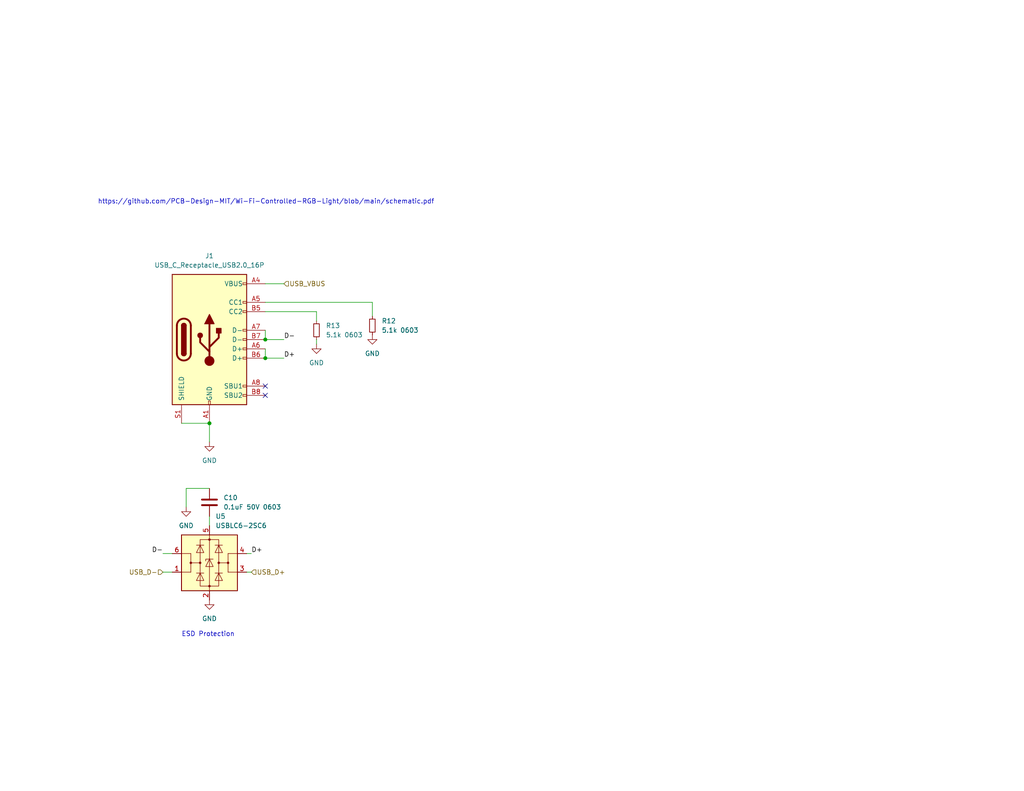
<source format=kicad_sch>
(kicad_sch (version 20230121) (generator eeschema)
  (paper "USLetter")
  (title_block (date "2024-01-12") (comment 1 "Jacqueline Wang"))
  (lib_symbols
    (symbol "Connector:USB_C_Receptacle_USB2.0_16P" (pin_names (offset 1.016))
      (property "Reference" "J" (at 0 22.225 0))
      (property "Value" "USB_C_Receptacle_USB2.0_16P" (at 0 19.685 0))
      (symbol "USB_C_Receptacle_USB2.0_16P_0_0"
        (rectangle (start -0.254 -17.78) (end 0.254 -16.764))
        (rectangle (start 10.16 -14.986) (end 9.144 -15.494))
        (rectangle (start 10.16 -12.446) (end 9.144 -12.954))
        (rectangle (start 10.16 -4.826) (end 9.144 -5.334))
        (rectangle (start 10.16 -2.286) (end 9.144 -2.794))
        (rectangle (start 10.16 0.254) (end 9.144 -0.254))
        (rectangle (start 10.16 2.794) (end 9.144 2.286))
        (rectangle (start 10.16 7.874) (end 9.144 7.366))
        (rectangle (start 10.16 10.414) (end 9.144 9.906))
        (rectangle (start 10.16 15.494) (end 9.144 14.986))
      )
      (symbol "USB_C_Receptacle_USB2.0_16P_0_1"
        (rectangle (start -10.16 17.78) (end 10.16 -17.78) (stroke (width 0.254)) (fill (type background)))
        (arc (start -8.89 -3.81) (mid -6.985 -5.7067) (end -5.08 -3.81) (stroke (width 0.508)))
        (arc (start -7.62 -3.81) (mid -6.985 -4.4423) (end -6.35 -3.81) (stroke (width 0.254)))
        (arc (start -7.62 -3.81) (mid -6.985 -4.4423) (end -6.35 -3.81) (stroke (width 0.254)) (fill (type outline)))
        (rectangle (start -7.62 -3.81) (end -6.35 3.81) (stroke (width 0.254)) (fill (type outline)))
        (arc (start -6.35 3.81) (mid -6.985 4.4423) (end -7.62 3.81) (stroke (width 0.254)))
        (arc (start -6.35 3.81) (mid -6.985 4.4423) (end -7.62 3.81) (stroke (width 0.254)) (fill (type outline)))
        (arc (start -5.08 3.81) (mid -6.985 5.7067) (end -8.89 3.81) (stroke (width 0.508)))
        (circle (center -2.54 1.143) (radius 0.635) (stroke (width 0.254)) (fill (type outline)))
        (circle (center 0 -5.842) (radius 1.27) (fill (type outline)))
        (polyline (pts (xy -8.89 -3.81) (xy -8.89 3.81)) (stroke (width 0.508)))
        (polyline (pts (xy -5.08 3.81) (xy -5.08 -3.81)) (stroke (width 0.508)))
        (polyline (pts (xy 0 -5.842) (xy 0 4.318)) (stroke (width 0.508)))
        (polyline (pts (xy 0 -3.302) (xy -2.54 -0.762) (xy -2.54 0.508)) (stroke (width 0.508)))
        (polyline (pts (xy 0 -2.032) (xy 2.54 0.508) (xy 2.54 1.778)) (stroke (width 0.508)))
        (polyline (pts (xy -1.27 4.318) (xy 0 6.858) (xy 1.27 4.318) (xy -1.27 4.318)) (stroke (width 0.254)) (fill (type outline)))
        (rectangle (start 1.905 1.778) (end 3.175 3.048) (stroke (width 0.254)) (fill (type outline)))
      )
      (symbol "USB_C_Receptacle_USB2.0_16P_1_1"
        (pin passive line (at 0 -22.86 90) (length 5.08) (name "GND") (number "A1"))
        (pin passive line (at 0 -22.86 90) (length 5.08) hide (name "GND") (number "A12"))
        (pin passive line (at 15.24 15.24 180) (length 5.08) (name "VBUS") (number "A4"))
        (pin bidirectional line (at 15.24 10.16 180) (length 5.08) (name "CC1") (number "A5"))
        (pin bidirectional line (at 15.24 -2.54 180) (length 5.08) (name "D+") (number "A6"))
        (pin bidirectional line (at 15.24 2.54 180) (length 5.08) (name "D-") (number "A7"))
        (pin bidirectional line (at 15.24 -12.7 180) (length 5.08) (name "SBU1") (number "A8"))
        (pin passive line (at 15.24 15.24 180) (length 5.08) hide (name "VBUS") (number "A9"))
        (pin passive line (at 0 -22.86 90) (length 5.08) hide (name "GND") (number "B1"))
        (pin passive line (at 0 -22.86 90) (length 5.08) hide (name "GND") (number "B12"))
        (pin passive line (at 15.24 15.24 180) (length 5.08) hide (name "VBUS") (number "B4"))
        (pin bidirectional line (at 15.24 7.62 180) (length 5.08) (name "CC2") (number "B5"))
        (pin bidirectional line (at 15.24 -5.08 180) (length 5.08) (name "D+") (number "B6"))
        (pin bidirectional line (at 15.24 0 180) (length 5.08) (name "D-") (number "B7"))
        (pin bidirectional line (at 15.24 -15.24 180) (length 5.08) (name "SBU2") (number "B8"))
        (pin passive line (at 15.24 15.24 180) (length 5.08) hide (name "VBUS") (number "B9"))
        (pin passive line (at -7.62 -22.86 90) (length 5.08) (name "SHIELD") (number "S1"))
      )
    )
    (symbol "Device:C" (pin_numbers hide) (pin_names (offset 0.254))
      (property "Reference" "C" (at 0.635 2.54 0))
      (property "Value" "C" (at 0.635 -2.54 0))
      (symbol "C_0_1"
        (polyline (pts (xy -2.032 -0.762) (xy 2.032 -0.762)) (stroke (width 0.508)))
        (polyline (pts (xy -2.032 0.762) (xy 2.032 0.762)) (stroke (width 0.508)))
      )
      (symbol "C_1_1"
        (pin passive line (at 0 3.81 270) (length 2.794) (name "~") (number "1"))
        (pin passive line (at 0 -3.81 90) (length 2.794) (name "~") (number "2"))
      )
    )
    (symbol "Device:R_Small" (pin_numbers hide) (pin_names (offset 0.254) hide)
      (property "Reference" "R" (at 0.762 0.508 0))
      (property "Value" "R_Small" (at 0.762 -1.016 0))
      (symbol "R_Small_0_1"
        (rectangle (start -0.762 1.778) (end 0.762 -1.778) (stroke (width 0.2032)))
      )
      (symbol "R_Small_1_1"
        (pin passive line (at 0 2.54 270) (length 0.762) (name "~") (number "1"))
        (pin passive line (at 0 -2.54 90) (length 0.762) (name "~") (number "2"))
      )
    )
    (symbol "Power_Protection:USBLC6-2SC6" (pin_names hide)
      (property "Reference" "U" (at 2.54 8.89 0))
      (property "Value" "USBLC6-2SC6" (at 2.54 -8.89 0))
      (symbol "USBLC6-2SC6_0_1"
        (rectangle (start -7.62 -7.62) (end 7.62 7.62) (stroke (width 0.254)) (fill (type background)))
        (circle (center -5.08 0) (radius 0.254) (fill (type outline)))
        (circle (center -2.54 0) (radius 0.254) (fill (type outline)))
        (rectangle (start -2.54 6.35) (end 2.54 -6.35))
        (circle (center 0 -6.35) (radius 0.254) (fill (type outline)))
        (polyline (pts (xy -5.08 -2.54) (xy -7.62 -2.54)))
        (polyline (pts (xy -5.08 0) (xy -5.08 -2.54)))
        (polyline (pts (xy -5.08 2.54) (xy -7.62 2.54)))
        (polyline (pts (xy -1.524 -2.794) (xy -3.556 -2.794)))
        (polyline (pts (xy -1.524 4.826) (xy -3.556 4.826)))
        (polyline (pts (xy 0 -7.62) (xy 0 -6.35)))
        (polyline (pts (xy 0 -6.35) (xy 0 1.27)))
        (polyline (pts (xy 0 1.27) (xy 0 6.35)))
        (polyline (pts (xy 0 6.35) (xy 0 7.62)))
        (polyline (pts (xy 1.524 -2.794) (xy 3.556 -2.794)))
        (polyline (pts (xy 1.524 4.826) (xy 3.556 4.826)))
        (polyline (pts (xy 5.08 -2.54) (xy 7.62 -2.54)))
        (polyline (pts (xy 5.08 0) (xy 5.08 -2.54)))
        (polyline (pts (xy 5.08 2.54) (xy 7.62 2.54)))
        (polyline (pts (xy -2.54 0) (xy -5.08 0) (xy -5.08 2.54)))
        (polyline (pts (xy 2.54 0) (xy 5.08 0) (xy 5.08 2.54)))
        (polyline (pts (xy -3.556 -4.826) (xy -1.524 -4.826) (xy -2.54 -2.794) (xy -3.556 -4.826)))
        (polyline (pts (xy -3.556 2.794) (xy -1.524 2.794) (xy -2.54 4.826) (xy -3.556 2.794)))
        (polyline (pts (xy -1.016 -1.016) (xy 1.016 -1.016) (xy 0 1.016) (xy -1.016 -1.016)))
        (polyline (pts (xy 1.016 1.016) (xy 0.762 1.016) (xy -1.016 1.016) (xy -1.016 0.508)))
        (polyline (pts (xy 3.556 -4.826) (xy 1.524 -4.826) (xy 2.54 -2.794) (xy 3.556 -4.826)))
        (polyline (pts (xy 3.556 2.794) (xy 1.524 2.794) (xy 2.54 4.826) (xy 3.556 2.794)))
        (circle (center 0 6.35) (radius 0.254) (fill (type outline)))
        (circle (center 2.54 0) (radius 0.254) (fill (type outline)))
        (circle (center 5.08 0) (radius 0.254) (fill (type outline)))
      )
      (symbol "USBLC6-2SC6_1_1"
        (pin passive line (at -10.16 -2.54 0) (length 2.54) (name "I/O1") (number "1"))
        (pin passive line (at 0 -10.16 90) (length 2.54) (name "GND") (number "2"))
        (pin passive line (at 10.16 -2.54 180) (length 2.54) (name "I/O2") (number "3"))
        (pin passive line (at 10.16 2.54 180) (length 2.54) (name "I/O2") (number "4"))
        (pin passive line (at 0 10.16 270) (length 2.54) (name "VBUS") (number "5"))
        (pin passive line (at -10.16 2.54 0) (length 2.54) (name "I/O1") (number "6"))
      )
    )
    (symbol "power:GND" (power) (pin_names (offset 0))
      (property "Value" "GND" (at 0 -3.81 0))
      (symbol "GND_0_1"
        (polyline (pts (xy 0 0) (xy 0 -1.27) (xy 1.27 -1.27) (xy 0 -2.54) (xy -1.27 -1.27) (xy 0 -1.27)))
      )
      (symbol "GND_1_1"
        (pin power_in line (at 0 0 270) (length 0) hide (name "GND") (number "1"))
      )
    )
  )
  (junction (at 57.15 115.57))
  (junction (at 72.39 97.79))
  (junction (at 72.39 92.71))
  (no_connect (at 72.39 105.41))
  (no_connect (at 72.39 107.95))
  (wire (pts (xy 72.39 85.09) (xy 86.36 85.09)))
  (wire (pts (xy 50.8 138.43) (xy 50.8 133.35)))
  (wire (pts (xy 68.58 156.21) (xy 67.31 156.21)))
  (wire (pts (xy 72.39 90.17) (xy 72.39 92.71)))
  (wire (pts (xy 86.36 92.71) (xy 86.36 93.98)))
  (wire (pts (xy 49.53 115.57) (xy 57.15 115.57)))
  (wire (pts (xy 77.47 77.47) (xy 72.39 77.47)))
  (wire (pts (xy 77.47 97.79) (xy 72.39 97.79)))
  (wire (pts (xy 72.39 82.55) (xy 101.6 82.55)))
  (wire (pts (xy 44.45 151.13) (xy 46.99 151.13)))
  (wire (pts (xy 44.45 156.21) (xy 46.99 156.21)))
  (wire (pts (xy 77.47 92.71) (xy 72.39 92.71)))
  (wire (pts (xy 86.36 85.09) (xy 86.36 87.63)))
  (wire (pts (xy 101.6 82.55) (xy 101.6 86.36)))
  (wire (pts (xy 72.39 95.25) (xy 72.39 97.79)))
  (wire (pts (xy 50.8 133.35) (xy 57.15 133.35)))
  (wire (pts (xy 57.15 140.97) (xy 57.15 143.51)))
  (wire (pts (xy 68.58 151.13) (xy 67.31 151.13)))
  (wire (pts (xy 57.15 120.65) (xy 57.15 115.57)))
  (text "https://github.com/PCB-Design-MIT/Wi-Fi-Controlled-RGB-Light/blob/main/schematic.pdf" (at 26.67 55.88 0) (effects (font (size 1.27 1.27)) (justify left bottom)))
  (text "ESD Protection" (at 49.53 173.99 0) (effects (font (size 1.27 1.27)) (justify left bottom)))
  (label "D-" (at 77.47 92.71 0))
  (label "D+" (at 68.58 151.13 0))
  (label "D+" (at 77.47 97.79 0))
  (label "D-" (at 44.45 151.13 180))
  (hierarchical_label "USB_VBUS" (shape input) (at 77.47 77.47 0))
  (hierarchical_label "USB_D-" (shape input) (at 44.45 156.21 180))
  (hierarchical_label "USB_D+" (shape input) (at 68.58 156.21 0))
  (symbol (lib_id "Power_Protection:USBLC6-2SC6") (at 57.15 153.67 0) (unit 1)
    (property "Reference" "U5" (at 58.8011 140.97 0) (effects (justify left)))
    (property "Value" "USBLC6-2SC6" (at 58.8011 143.51 0) (effects (justify left)))
    (property "Footprint" "Package_TO_SOT_SMD:SOT-23-6" (effects hide))
    (property "Datasheet" "https://www.st.com/resource/en/datasheet/usblc6-2.pdf" (effects hide))
    (property "Digikey PN" "497-5235-1-ND" (effects hide))
    (property "MPN" "USBLC6-2SC6" (effects hide))
  )
  (symbol (lib_id "power:GND") (at 57.15 120.65 0) (unit 1)
    (property "Reference" "#PWR01" (effects hide))
    (property "Value" "GND" (at 57.15 125.73 0))
  )
  (symbol (lib_id "power:GND") (at 57.15 163.83 0) (unit 1)
    (property "Reference" "#PWR026" (effects hide))
    (property "Value" "GND" (at 57.15 168.91 0))
  )
  (symbol (lib_id "Device:R_Small") (at 101.6 88.9 0) (unit 1)
    (property "Reference" "R12" (at 104.14 87.63 0) (effects (justify left)))
    (property "Value" "5.1k 0603" (at 104.14 90.17 0) (effects (justify left)))
    (property "Footprint" "Resistor_SMD:R_0603_1608Metric_Pad0.98x0.95mm_HandSolder" (effects hide))
    (property "Datasheet" "https://www.vishay.com/docs/28773/crcwce3.pdf" (effects hide))
    (property "Digikey PN" "541-CRCW06035K10FKEBCDKR-ND" (effects hide))
    (property "MPN" "CRCW06035K10FKEBC" (effects hide))
  )
  (symbol (lib_id "power:GND") (at 86.36 93.98 0) (unit 1)
    (property "Reference" "#PWR023" (effects hide))
    (property "Value" "GND" (at 86.36 99.06 0))
  )
  (symbol (lib_id "Device:R_Small") (at 86.36 90.17 0) (unit 1)
    (property "Reference" "R13" (at 88.9 88.9 0) (effects (justify left)))
    (property "Value" "5.1k 0603" (at 88.9 91.44 0) (effects (justify left)))
    (property "Footprint" "Resistor_SMD:R_0603_1608Metric_Pad0.98x0.95mm_HandSolder" (effects hide))
    (property "Datasheet" "https://www.vishay.com/docs/28773/crcwce3.pdf" (effects hide))
    (property "Digikey PN" "541-CRCW06035K10FKEBCDKR-ND" (effects hide))
    (property "MPN" "CRCW06035K10FKEBC" (effects hide))
  )
  (symbol (lib_id "power:GND") (at 50.8 138.43 0) (unit 1)
    (property "Reference" "#PWR027" (effects hide))
    (property "Value" "GND" (at 50.8 143.51 0))
  )
  (symbol (lib_id "Device:C") (at 57.15 137.16 0) (unit 1)
    (property "Reference" "C10" (at 60.96 135.89 0) (effects (justify left)))
    (property "Value" "0.1uF 50V 0603" (at 60.96 138.43 0) (effects (justify left)))
    (property "Footprint" "Capacitor_SMD:C_0603_1608Metric_Pad1.08x0.95mm_HandSolder" (effects hide))
    (property "Datasheet" "https://mm.digikey.com/Volume0/opasdata/d220001/medias/docus/658/CL10B104KB8NNNL_Spec.pdf" (effects hide))
    (property "Digikey PN" "1276-CL10B104KB8NNNLCT-ND" (effects hide))
    (property "MPN" "CL10B104KB8NNNL" (effects hide))
  )
  (symbol (lib_id "Connector:USB_C_Receptacle_USB2.0_16P") (at 57.15 92.71 0) (unit 1)
    (property "Reference" "J1" (at 57.15 69.85 0))
    (property "Value" "USB_C_Receptacle_USB2.0_16P" (at 57.15 72.39 0))
    (property "Footprint" "Connector_USB:USB_C_Receptacle_GCT_USB4085" (effects hide))
    (property "Datasheet" "https://gct.co/files/drawings/usb4085.pdf" (effects hide))
    (property "Digikey PN" "2073-USB4085-GF-ACT-ND" (effects hide))
    (property "MPN" "USB4085-GF-A" (effects hide))
  )
  (symbol (lib_id "power:GND") (at 101.6 91.44 0) (unit 1)
    (property "Reference" "#PWR022" (effects hide))
    (property "Value" "GND" (at 101.6 96.52 0))
  )
)
</source>
